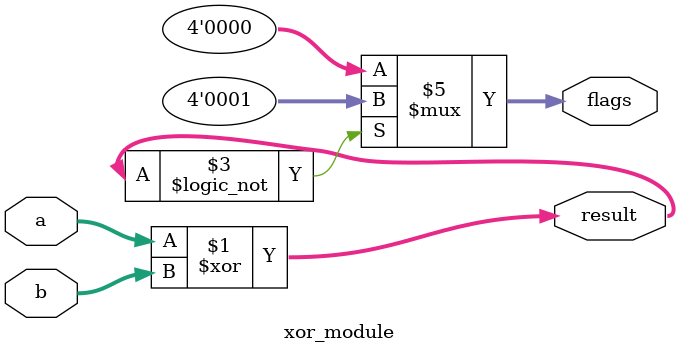
<source format=sv>
module xor_module
(
  input logic [3:0] a,
  input logic [3:0] b,
  output logic [3:0] result,
  output logic [3:0] flags
);

  assign result = a ^ b;
  
  always @(result)
    begin
	  if(result == 4'b0000)
	    flags=4'b0001;
	  else
	    flags=4'b0000;
	end

endmodule 
</source>
